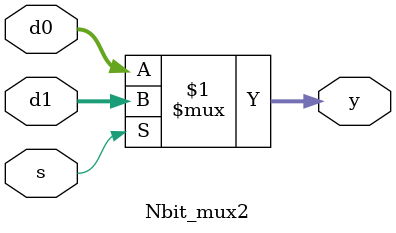
<source format=sv>

module Nbit_mux2 #(parameter N = 10)
                   (input  logic [N-1:0] d0, d1,
                    input  logic         s,
                    output logic [N-1:0] y);

  assign y = s ? d1 : d0;
endmodule

</source>
